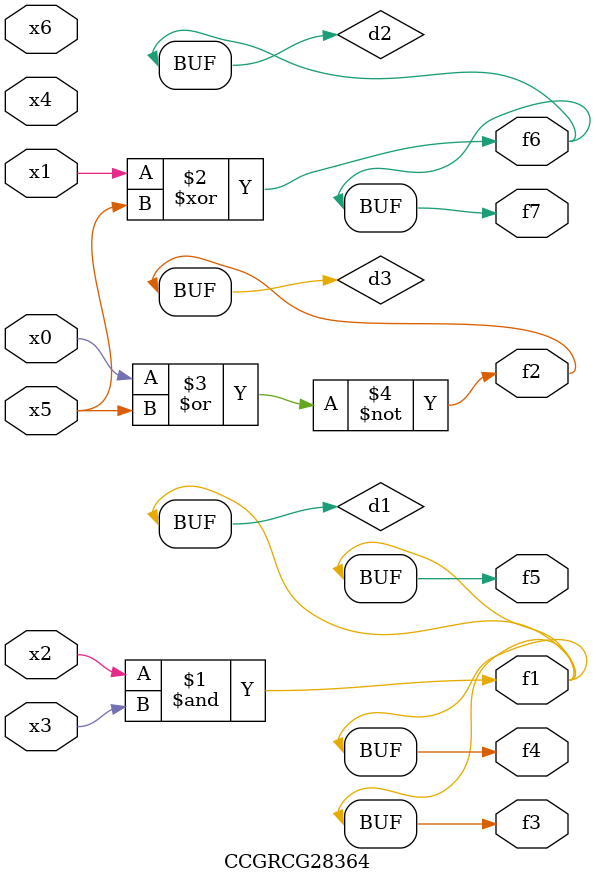
<source format=v>
module CCGRCG28364(
	input x0, x1, x2, x3, x4, x5, x6,
	output f1, f2, f3, f4, f5, f6, f7
);

	wire d1, d2, d3;

	and (d1, x2, x3);
	xor (d2, x1, x5);
	nor (d3, x0, x5);
	assign f1 = d1;
	assign f2 = d3;
	assign f3 = d1;
	assign f4 = d1;
	assign f5 = d1;
	assign f6 = d2;
	assign f7 = d2;
endmodule

</source>
